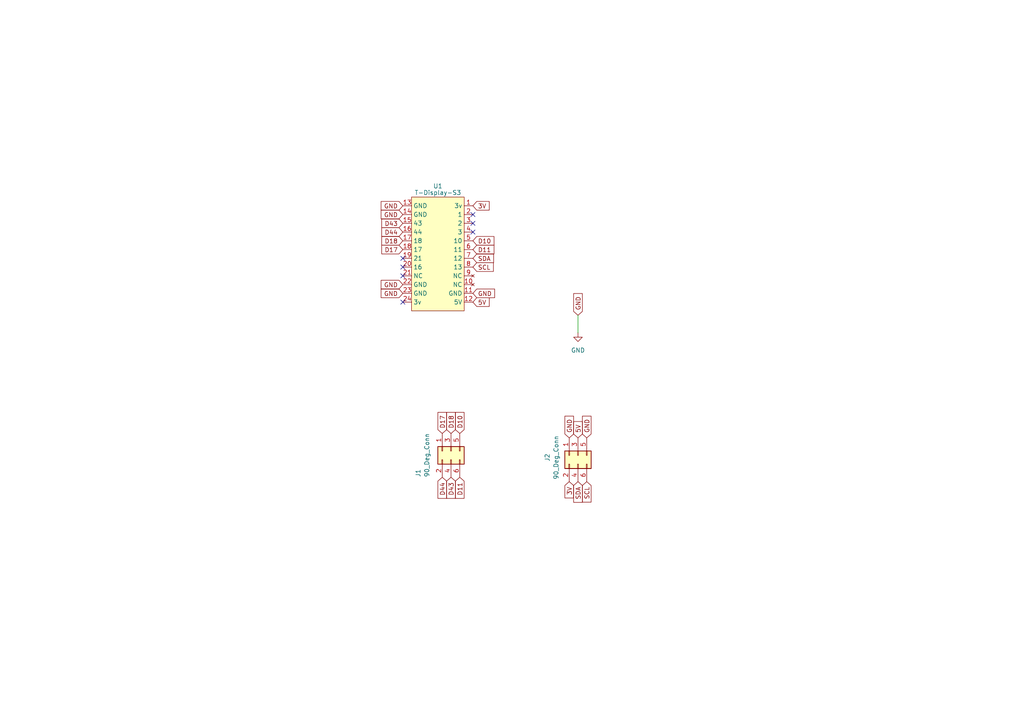
<source format=kicad_sch>
(kicad_sch (version 20231120) (generator "eeschema") (generator_version "8.0")
  (paper "A4")
  (title_block (title "Current Monitoring System (Top Board)") (date "2024-03-05") (rev "C1.04") (company "Secured Solutions Group") (comment 1 "David Nguyen") (comment 2 "david@securedsolutionsgroup.com") (comment 3 "(909)-896-1654"))
  (lib_symbols
    (symbol "Connector_Generic:Conn_02x03_Odd_Even" (pin_names (offset 1.016) hide)
      (property "Reference" "J" (at 1.27 5.08 0))
      (property "Value" "Conn_02x03_Odd_Even" (at 1.27 -5.08 0))
      (symbol "Conn_02x03_Odd_Even_1_1"
        (rectangle (start -1.27 -2.413) (end 0 -2.667) (stroke (width 0.1524)))
        (rectangle (start -1.27 0.127) (end 0 -0.127) (stroke (width 0.1524)))
        (rectangle (start -1.27 2.667) (end 0 2.413) (stroke (width 0.1524)))
        (rectangle (start -1.27 3.81) (end 3.81 -3.81) (stroke (width 0.254)) (fill (type background)))
        (rectangle (start 3.81 -2.413) (end 2.54 -2.667) (stroke (width 0.1524)))
        (rectangle (start 3.81 0.127) (end 2.54 -0.127) (stroke (width 0.1524)))
        (rectangle (start 3.81 2.667) (end 2.54 2.413) (stroke (width 0.1524)))
        (pin passive line (at -5.08 2.54 0) (length 3.81) (name "Pin_1") (number "1"))
        (pin passive line (at 7.62 2.54 180) (length 3.81) (name "Pin_2") (number "2"))
        (pin passive line (at -5.08 0 0) (length 3.81) (name "Pin_3") (number "3"))
        (pin passive line (at 7.62 0 180) (length 3.81) (name "Pin_4") (number "4"))
        (pin passive line (at -5.08 -2.54 0) (length 3.81) (name "Pin_5") (number "5"))
        (pin passive line (at 7.62 -2.54 180) (length 3.81) (name "Pin_6") (number "6"))
      )
    )
    (symbol "Voltage_Sensor_Timer:T-Display-S3"
      (property "Reference" "U" (at -16.51 -2.54 0))
      (property "Value" "T-Display-S3" (at -11.43 -5.08 0))
      (symbol "T-Display-S3_0_1"
        (rectangle (start -15.24 33.02) (end 0 0) (fill (type background)))
      )
      (symbol "T-Display-S3_1_1"
        (pin power_in line (at 2.54 30.48 180) (length 2.54) (name "3v") (number "1"))
        (pin no_connect line (at 2.54 7.62 180) (length 2.54) (name "NC") (number "10"))
        (pin power_in line (at 2.54 5.08 180) (length 2.54) (name "GND") (number "11"))
        (pin power_in line (at 2.54 2.54 180) (length 2.54) (name "5V") (number "12"))
        (pin power_in line (at -17.78 30.48 0) (length 2.54) (name "GND") (number "13"))
        (pin power_in line (at -17.78 27.94 0) (length 2.54) (name "GND") (number "14"))
        (pin bidirectional line (at -17.78 25.4 0) (length 2.54) (name "43") (number "15"))
        (pin bidirectional line (at -17.78 22.86 0) (length 2.54) (name "44") (number "16"))
        (pin bidirectional line (at -17.78 20.32 0) (length 2.54) (name "18") (number "17"))
        (pin bidirectional line (at -17.78 17.78 0) (length 2.54) (name "17") (number "18"))
        (pin bidirectional line (at -17.78 15.24 0) (length 2.54) (name "21") (number "19"))
        (pin bidirectional line (at 2.54 27.94 180) (length 2.54) (name "1") (number "2"))
        (pin bidirectional line (at -17.78 12.7 0) (length 2.54) (name "16") (number "20"))
        (pin bidirectional line (at -17.78 10.16 0) (length 2.54) (name "NC") (number "21"))
        (pin power_in line (at -17.78 7.62 0) (length 2.54) (name "GND") (number "22"))
        (pin power_in line (at -17.78 5.08 0) (length 2.54) (name "GND") (number "23"))
        (pin power_in line (at -17.78 2.54 0) (length 2.54) (name "3v") (number "24"))
        (pin bidirectional line (at 2.54 25.4 180) (length 2.54) (name "2") (number "3"))
        (pin bidirectional line (at 2.54 22.86 180) (length 2.54) (name "3") (number "4"))
        (pin bidirectional line (at 2.54 20.32 180) (length 2.54) (name "10") (number "5"))
        (pin bidirectional line (at 2.54 17.78 180) (length 2.54) (name "11") (number "6"))
        (pin bidirectional line (at 2.54 15.24 180) (length 2.54) (name "12") (number "7"))
        (pin bidirectional line (at 2.54 12.7 180) (length 2.54) (name "13") (number "8"))
        (pin no_connect line (at 2.54 10.16 180) (length 2.54) (name "NC") (number "9"))
      )
    )
    (symbol "power:GND" (power) (pin_names (offset 0))
      (property "Value" "GND" (at 0 -3.81 0))
      (symbol "GND_0_1"
        (polyline (pts (xy 0 0) (xy 0 -1.27) (xy 1.27 -1.27) (xy 0 -2.54) (xy -1.27 -1.27) (xy 0 -1.27)))
      )
      (symbol "GND_1_1"
        (pin power_in line (at 0 0 270) (length 0) hide (name "GND") (number "1"))
      )
    )
  )
  (no_connect (at 137.16 67.31))
  (no_connect (at 116.84 77.47))
  (no_connect (at 116.84 80.01))
  (no_connect (at 116.84 87.63))
  (no_connect (at 137.16 64.77))
  (no_connect (at 137.16 62.23))
  (no_connect (at 116.84 74.93))
  (wire (pts (xy 167.64 91.44) (xy 167.64 96.52)))
  (global_label "D10" (shape input) (at 133.35 125.73 90) (property "Intersheetrefs" "${INTERSHEET_REFS}" (effects (hide yes))))
  (global_label "GND" (shape input) (at 116.84 85.09 180) (property "Intersheetrefs" "${INTERSHEET_REFS}" (effects (hide yes))))
  (global_label "D10" (shape input) (at 137.16 69.85 0) (property "Intersheetrefs" "${INTERSHEET_REFS}" (effects (hide yes))))
  (global_label "GND" (shape input) (at 170.18 127 90) (property "Intersheetrefs" "${INTERSHEET_REFS}" (effects (hide yes))))
  (global_label "3V" (shape input) (at 137.16 59.69 0) (property "Intersheetrefs" "${INTERSHEET_REFS}" (effects (hide yes))))
  (global_label "SCL" (shape input) (at 137.16 77.47 0) (property "Intersheetrefs" "${INTERSHEET_REFS}" (effects (hide yes))))
  (global_label "D43" (shape input) (at 130.81 138.43 270) (property "Intersheetrefs" "${INTERSHEET_REFS}" (effects (hide yes))))
  (global_label "SDA" (shape input) (at 167.64 139.7 270) (property "Intersheetrefs" "${INTERSHEET_REFS}" (effects (hide yes))))
  (global_label "D43" (shape input) (at 116.84 64.77 180) (property "Intersheetrefs" "${INTERSHEET_REFS}" (effects (hide yes))))
  (global_label "GND" (shape input) (at 116.84 82.55 180) (property "Intersheetrefs" "${INTERSHEET_REFS}" (effects (hide yes))))
  (global_label "SDA" (shape input) (at 137.16 74.93 0) (property "Intersheetrefs" "${INTERSHEET_REFS}" (effects (hide yes))))
  (global_label "5V" (shape input) (at 137.16 87.63 0) (property "Intersheetrefs" "${INTERSHEET_REFS}" (effects (hide yes))))
  (global_label "D44" (shape input) (at 128.27 138.43 270) (property "Intersheetrefs" "${INTERSHEET_REFS}" (effects (hide yes))))
  (global_label "GND" (shape input) (at 116.84 59.69 180) (property "Intersheetrefs" "${INTERSHEET_REFS}" (effects (hide yes))))
  (global_label "SCL" (shape input) (at 170.18 139.7 270) (property "Intersheetrefs" "${INTERSHEET_REFS}" (effects (hide yes))))
  (global_label "GND" (shape input) (at 116.84 62.23 180) (property "Intersheetrefs" "${INTERSHEET_REFS}" (effects (hide yes))))
  (global_label "GND" (shape input) (at 167.64 91.44 90) (property "Intersheetrefs" "${INTERSHEET_REFS}" (effects (hide yes))))
  (global_label "D44" (shape input) (at 116.84 67.31 180) (property "Intersheetrefs" "${INTERSHEET_REFS}" (effects (hide yes))))
  (global_label "D11" (shape input) (at 133.35 138.43 270) (property "Intersheetrefs" "${INTERSHEET_REFS}" (effects (hide yes))))
  (global_label "3V" (shape input) (at 165.1 139.7 270) (property "Intersheetrefs" "${INTERSHEET_REFS}" (effects (hide yes))))
  (global_label "D11" (shape input) (at 137.16 72.39 0) (property "Intersheetrefs" "${INTERSHEET_REFS}" (effects (hide yes))))
  (global_label "GND" (shape input) (at 137.16 85.09 0) (property "Intersheetrefs" "${INTERSHEET_REFS}" (effects (hide yes))))
  (global_label "D17" (shape input) (at 128.27 125.73 90) (property "Intersheetrefs" "${INTERSHEET_REFS}" (effects (hide yes))))
  (global_label "GND" (shape input) (at 165.1 127 90) (property "Intersheetrefs" "${INTERSHEET_REFS}" (effects (hide yes))))
  (global_label "D18" (shape input) (at 116.84 69.85 180) (property "Intersheetrefs" "${INTERSHEET_REFS}" (effects (hide yes))))
  (global_label "D17" (shape input) (at 116.84 72.39 180) (property "Intersheetrefs" "${INTERSHEET_REFS}" (effects (hide yes))))
  (global_label "5V" (shape input) (at 167.64 127 90) (property "Intersheetrefs" "${INTERSHEET_REFS}" (effects (hide yes))))
  (global_label "D18" (shape input) (at 130.81 125.73 90) (property "Intersheetrefs" "${INTERSHEET_REFS}" (effects (hide yes))))
  (symbol (lib_id "Voltage_Sensor_Timer:T-Display-S3") (at 134.62 90.17 0) (unit 1)
    (property "Reference" "U1" (at 127 53.975 0))
    (property "Value" "T-Display-S3" (at 127 55.88 0))
    (property "Footprint" "Voltage_Sensor_Timer:T-Display-S3" (effects (hide yes)))
  )
  (symbol (lib_id "power:GND") (at 167.64 96.52 0) (unit 1)
    (property "Reference" "#PWR01" (effects (hide yes)))
    (property "Value" "GND" (at 167.64 101.6 0))
  )
  (symbol (lib_id "Connector_Generic:Conn_02x03_Odd_Even") (at 167.64 132.08 90) (mirror x) (unit 1)
    (property "Reference" "J2" (at 158.75 132.715 0))
    (property "Value" "90_Deg_Conn" (at 161.29 132.715 0))
    (property "Footprint" "Connector_PinHeader_2.54mm:PinHeader_2x03_P2.54mm_Horizontal" (effects (hide yes)))
  )
  (symbol (lib_id "Connector_Generic:Conn_02x03_Odd_Even") (at 130.81 130.81 90) (mirror x) (unit 1)
    (property "Reference" "J1" (at 121.285 138.43 0) (effects (justify right)))
    (property "Value" "90_Deg_Conn" (at 123.825 138.43 0) (effects (justify right)))
    (property "Footprint" "Connector_PinHeader_2.54mm:PinHeader_2x03_P2.54mm_Horizontal" (effects (hide yes)))
  )
)
</source>
